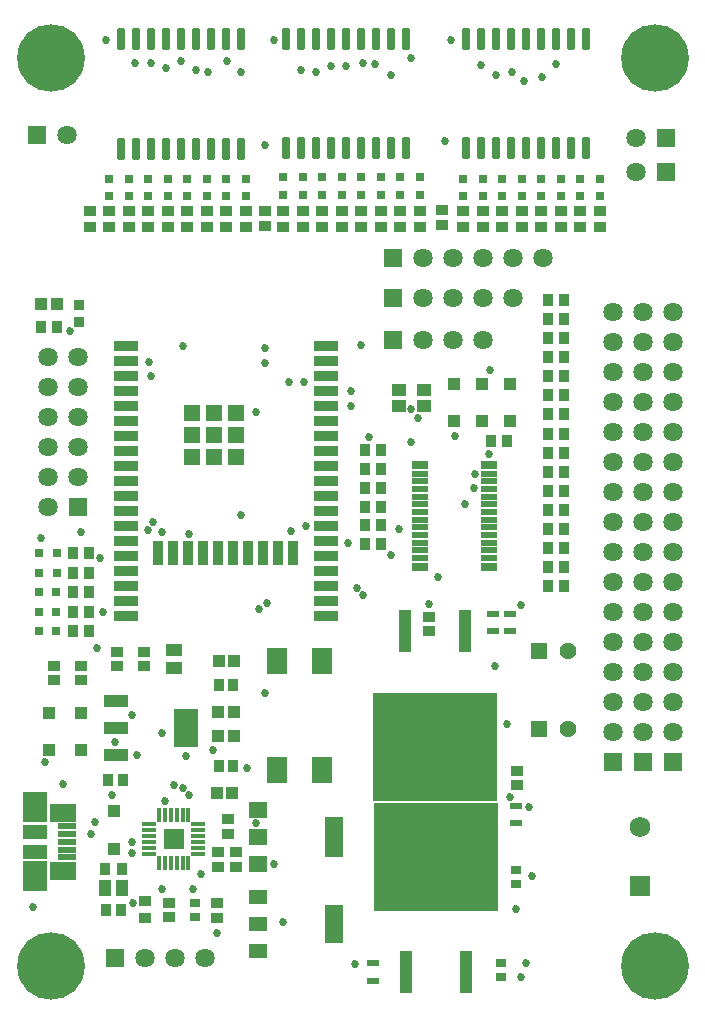
<source format=gts>
G04*
G04 #@! TF.GenerationSoftware,Altium Limited,Altium Designer,20.1.14 (287)*
G04*
G04 Layer_Color=8388736*
%FSLAX25Y25*%
%MOIN*%
G70*
G04*
G04 #@! TF.SameCoordinates,C357774A-A1FF-41C0-A387-8AFBD113A784*
G04*
G04*
G04 #@! TF.FilePolarity,Negative*
G04*
G01*
G75*
%ADD18R,0.03150X0.03150*%
%ADD21R,0.07874X0.03543*%
%ADD25R,0.03543X0.07874*%
%ADD26R,0.07874X0.03543*%
%ADD28R,0.05236X0.05236*%
%ADD29R,0.03150X0.03150*%
%ADD31R,0.03543X0.02953*%
%ADD49R,0.05906X0.12992*%
%ADD50R,0.05906X0.04724*%
%ADD57R,0.04240X0.03650*%
%ADD58R,0.03847X0.03453*%
G04:AMPARAMS|DCode=59|XSize=26.65mil|YSize=71.93mil|CornerRadius=4.45mil|HoleSize=0mil|Usage=FLASHONLY|Rotation=0.000|XOffset=0mil|YOffset=0mil|HoleType=Round|Shape=RoundedRectangle|*
%AMROUNDEDRECTD59*
21,1,0.02665,0.06303,0,0,0.0*
21,1,0.01776,0.07193,0,0,0.0*
1,1,0.00890,0.00888,-0.03152*
1,1,0.00890,-0.00888,-0.03152*
1,1,0.00890,-0.00888,0.03152*
1,1,0.00890,0.00888,0.03152*
%
%ADD59ROUNDEDRECTD59*%
%ADD60R,0.05815X0.02075*%
%ADD61R,0.04831X0.04437*%
%ADD62R,0.03650X0.04240*%
%ADD63R,0.01681X0.04647*%
%ADD64R,0.04043X0.04437*%
%ADD65R,0.04043X0.03453*%
%ADD66R,0.04043X0.03650*%
%ADD67R,0.05618X0.04437*%
%ADD68R,0.05815X0.02862*%
%ADD69R,0.03453X0.03847*%
%ADD70R,0.07980X0.13098*%
%ADD71R,0.07980X0.04043*%
%ADD72R,0.03847X0.02272*%
%ADD73R,0.03650X0.04043*%
%ADD74R,0.04240X0.04043*%
%ADD75R,0.05933X0.02272*%
%ADD76R,0.08768X0.06307*%
%ADD77R,0.07980X0.09850*%
%ADD78R,0.07980X0.05126*%
%ADD79R,0.04240X0.14279*%
%ADD80R,0.41248X0.35933*%
%ADD81R,0.06799X0.09083*%
%ADD82R,0.06799X0.09161*%
%ADD83R,0.06406X0.13492*%
%ADD84R,0.06406X0.05224*%
%ADD85R,0.03453X0.04043*%
%ADD86R,0.03256X0.04043*%
%ADD87R,0.04043X0.03256*%
%ADD88R,0.04647X0.01681*%
%ADD89R,0.06500X0.06500*%
%ADD90R,0.03650X0.03650*%
%ADD91R,0.04437X0.05618*%
%ADD92C,0.06406*%
%ADD93R,0.06406X0.06406*%
%ADD94R,0.06406X0.06406*%
%ADD95C,0.05618*%
%ADD96R,0.05618X0.05618*%
%ADD97C,0.06799*%
%ADD98R,0.06799X0.06799*%
%ADD99C,0.22500*%
%ADD100C,0.02700*%
D18*
X274000Y369547D02*
D03*
Y375453D02*
D03*
X319500Y369547D02*
D03*
Y375453D02*
D03*
X313000Y369547D02*
D03*
Y375453D02*
D03*
X306500Y369547D02*
D03*
Y375453D02*
D03*
X300000Y369547D02*
D03*
Y375453D02*
D03*
X287000Y369547D02*
D03*
Y375453D02*
D03*
X280500Y369547D02*
D03*
Y375453D02*
D03*
X293500Y369547D02*
D03*
Y375453D02*
D03*
X201500Y369547D02*
D03*
Y375453D02*
D03*
X195000Y369547D02*
D03*
Y375453D02*
D03*
X182000Y369547D02*
D03*
Y375453D02*
D03*
X175500Y369547D02*
D03*
Y375453D02*
D03*
X169000Y369547D02*
D03*
Y375453D02*
D03*
X162500Y369547D02*
D03*
Y375453D02*
D03*
X188500Y369547D02*
D03*
Y375453D02*
D03*
X156000Y369547D02*
D03*
Y375453D02*
D03*
X259500Y370047D02*
D03*
Y375953D02*
D03*
X253000Y370047D02*
D03*
Y375953D02*
D03*
X246500Y370047D02*
D03*
Y375953D02*
D03*
X240000Y370047D02*
D03*
Y375953D02*
D03*
X233500Y370047D02*
D03*
Y375953D02*
D03*
X227000Y370047D02*
D03*
Y375953D02*
D03*
X220500Y370047D02*
D03*
Y375953D02*
D03*
X214000Y370047D02*
D03*
Y375953D02*
D03*
D21*
X161500Y284500D02*
D03*
Y279500D02*
D03*
X228429Y294500D02*
D03*
X161500Y269500D02*
D03*
X228429Y309500D02*
D03*
X161500Y264500D02*
D03*
X228429Y274500D02*
D03*
X161500Y259500D02*
D03*
Y294500D02*
D03*
Y289500D02*
D03*
X228429Y299500D02*
D03*
X161500D02*
D03*
Y304500D02*
D03*
X228429D02*
D03*
Y314500D02*
D03*
Y284500D02*
D03*
X161500Y274500D02*
D03*
X228429Y279500D02*
D03*
Y259500D02*
D03*
X161500Y319500D02*
D03*
Y314500D02*
D03*
Y309500D02*
D03*
Y254500D02*
D03*
X228429D02*
D03*
Y264500D02*
D03*
Y269500D02*
D03*
Y289500D02*
D03*
Y319500D02*
D03*
D25*
X177465Y250563D02*
D03*
X212465D02*
D03*
X217465D02*
D03*
X202465D02*
D03*
X207465D02*
D03*
X187465D02*
D03*
X172465D02*
D03*
X197465D02*
D03*
X192465D02*
D03*
X182465D02*
D03*
D26*
X161500Y244500D02*
D03*
X228429D02*
D03*
Y249500D02*
D03*
Y239500D02*
D03*
Y234500D02*
D03*
Y229500D02*
D03*
X161500Y234500D02*
D03*
Y249500D02*
D03*
Y229500D02*
D03*
Y239500D02*
D03*
D28*
X183803Y297197D02*
D03*
X191028D02*
D03*
X198252D02*
D03*
X183803Y289972D02*
D03*
X191028D02*
D03*
X198252D02*
D03*
X183803Y282748D02*
D03*
X191028D02*
D03*
X198252D02*
D03*
D29*
X132547Y224500D02*
D03*
X138453D02*
D03*
Y231000D02*
D03*
X132547D02*
D03*
X138453Y237500D02*
D03*
X132547D02*
D03*
X138500Y250500D02*
D03*
X132595D02*
D03*
X138500Y244000D02*
D03*
X132595D02*
D03*
D31*
X291500Y144862D02*
D03*
Y140138D02*
D03*
X286500Y109138D02*
D03*
Y113862D02*
D03*
X184547Y129157D02*
D03*
Y133882D02*
D03*
D49*
X230902Y126945D02*
D03*
D50*
X205705Y117890D02*
D03*
Y126945D02*
D03*
Y136000D02*
D03*
D57*
X259500Y359343D02*
D03*
Y364657D02*
D03*
X246500Y359343D02*
D03*
Y364657D02*
D03*
X280500Y359343D02*
D03*
Y364657D02*
D03*
X287000Y359343D02*
D03*
Y364657D02*
D03*
X300000Y359343D02*
D03*
Y364657D02*
D03*
X274000Y359343D02*
D03*
Y364657D02*
D03*
X319500Y359343D02*
D03*
Y364657D02*
D03*
X293500Y359343D02*
D03*
Y364657D02*
D03*
X306500Y359343D02*
D03*
Y364657D02*
D03*
X313000Y359343D02*
D03*
Y364657D02*
D03*
X240000Y359343D02*
D03*
Y364657D02*
D03*
X195000Y359343D02*
D03*
Y364657D02*
D03*
X188500Y359343D02*
D03*
Y364657D02*
D03*
X201500Y359343D02*
D03*
Y364657D02*
D03*
X182000Y359343D02*
D03*
Y364657D02*
D03*
X175500Y359343D02*
D03*
Y364657D02*
D03*
X169000Y359343D02*
D03*
Y364657D02*
D03*
X162500Y359343D02*
D03*
Y364657D02*
D03*
X156000Y359185D02*
D03*
Y364500D02*
D03*
X253000Y359343D02*
D03*
Y364657D02*
D03*
X233500Y359343D02*
D03*
Y364657D02*
D03*
X227000Y359343D02*
D03*
Y364657D02*
D03*
X220500Y359343D02*
D03*
Y364657D02*
D03*
X214000Y359343D02*
D03*
Y364657D02*
D03*
D58*
X267000Y359941D02*
D03*
Y365059D02*
D03*
X208000Y359500D02*
D03*
Y364618D02*
D03*
X149500Y359441D02*
D03*
Y364559D02*
D03*
X195500Y156941D02*
D03*
Y162059D02*
D03*
X192303Y145886D02*
D03*
Y151004D02*
D03*
X198303Y151004D02*
D03*
Y145886D02*
D03*
D59*
X285000Y422114D02*
D03*
X280000D02*
D03*
X315000D02*
D03*
X295000D02*
D03*
X310000D02*
D03*
X290000D02*
D03*
X190000Y421807D02*
D03*
X185000D02*
D03*
X180000D02*
D03*
X175000D02*
D03*
X245000Y422114D02*
D03*
X240000D02*
D03*
X255000D02*
D03*
X235000D02*
D03*
X230000D02*
D03*
X250000D02*
D03*
X305000D02*
D03*
X165000Y421807D02*
D03*
X300000Y422114D02*
D03*
X170000Y421807D02*
D03*
X200000D02*
D03*
X195000D02*
D03*
X220000Y422114D02*
D03*
X225000D02*
D03*
X275000D02*
D03*
X315000Y385500D02*
D03*
X310000D02*
D03*
X305000D02*
D03*
X300000D02*
D03*
X295000D02*
D03*
X290000D02*
D03*
X285000D02*
D03*
X280000D02*
D03*
X275000D02*
D03*
X160000Y421807D02*
D03*
X200000Y385193D02*
D03*
X195000D02*
D03*
X190000D02*
D03*
X185000D02*
D03*
X180000D02*
D03*
X175000D02*
D03*
X170000D02*
D03*
X165000D02*
D03*
X160000D02*
D03*
X215000Y422114D02*
D03*
X255000Y385500D02*
D03*
X250000D02*
D03*
X245000D02*
D03*
X240000D02*
D03*
X235000D02*
D03*
X230000D02*
D03*
X225000D02*
D03*
X220000D02*
D03*
X215000D02*
D03*
D60*
X282516Y274516D02*
D03*
Y277075D02*
D03*
Y271957D02*
D03*
Y269398D02*
D03*
Y266839D02*
D03*
X259484D02*
D03*
Y269398D02*
D03*
Y277075D02*
D03*
Y274516D02*
D03*
Y271957D02*
D03*
Y264280D02*
D03*
Y261720D02*
D03*
Y259161D02*
D03*
Y256602D02*
D03*
Y248925D02*
D03*
Y251484D02*
D03*
Y254043D02*
D03*
X282516D02*
D03*
Y251484D02*
D03*
Y248925D02*
D03*
Y256602D02*
D03*
Y259161D02*
D03*
Y261720D02*
D03*
Y264280D02*
D03*
D61*
X261000Y299500D02*
D03*
X252500D02*
D03*
X261000Y305012D02*
D03*
X252500D02*
D03*
D62*
X149158Y231000D02*
D03*
Y237500D02*
D03*
X149205Y250500D02*
D03*
X149158Y244000D02*
D03*
Y224500D02*
D03*
X143842Y231000D02*
D03*
Y224500D02*
D03*
Y237500D02*
D03*
X143890Y250500D02*
D03*
X143842Y244000D02*
D03*
D63*
X178518Y163341D02*
D03*
X180487D02*
D03*
X172613Y147187D02*
D03*
X174581D02*
D03*
X176550D02*
D03*
X178518D02*
D03*
X180487D02*
D03*
X182455D02*
D03*
X176550Y163341D02*
D03*
X174581D02*
D03*
X172613D02*
D03*
X182455D02*
D03*
D64*
X138559Y333500D02*
D03*
X133441D02*
D03*
X197559Y197500D02*
D03*
X192441D02*
D03*
X191882Y170500D02*
D03*
X197000D02*
D03*
X192441Y189500D02*
D03*
X197559D02*
D03*
X197654Y214504D02*
D03*
X192535D02*
D03*
D65*
X137500Y208138D02*
D03*
Y212862D02*
D03*
X146500Y208138D02*
D03*
Y212862D02*
D03*
X292000Y177862D02*
D03*
Y173138D02*
D03*
X262500Y229362D02*
D03*
Y224638D02*
D03*
X176047Y129157D02*
D03*
Y133882D02*
D03*
D66*
X158673Y217713D02*
D03*
Y212791D02*
D03*
X167673Y217713D02*
D03*
Y212791D02*
D03*
X192047Y133980D02*
D03*
Y129059D02*
D03*
D67*
X177673Y218205D02*
D03*
Y212299D02*
D03*
D68*
X259484Y280028D02*
D03*
Y245972D02*
D03*
X282516D02*
D03*
Y280028D02*
D03*
D69*
X241441Y285000D02*
D03*
X246559D02*
D03*
X241441Y278700D02*
D03*
X246559D02*
D03*
X241441Y272400D02*
D03*
X246559D02*
D03*
X241441Y266100D02*
D03*
X246559D02*
D03*
X241441Y259800D02*
D03*
X246559D02*
D03*
X241441Y253500D02*
D03*
X246559D02*
D03*
X307559Y309533D02*
D03*
X302441D02*
D03*
X307559Y303167D02*
D03*
X302441D02*
D03*
X307500Y296800D02*
D03*
X302382D02*
D03*
X307559Y290433D02*
D03*
X302441D02*
D03*
X307559Y284067D02*
D03*
X302441D02*
D03*
X307559Y277700D02*
D03*
X302441D02*
D03*
X307559Y271333D02*
D03*
X302441D02*
D03*
X307559Y264967D02*
D03*
X302441D02*
D03*
X307559Y245867D02*
D03*
X302441D02*
D03*
X307559Y252233D02*
D03*
X302441D02*
D03*
X307559Y258600D02*
D03*
X302441D02*
D03*
X307559Y239500D02*
D03*
X302441D02*
D03*
X307559Y315900D02*
D03*
X302441D02*
D03*
X307559Y335000D02*
D03*
X302441D02*
D03*
X307559Y322267D02*
D03*
X302441D02*
D03*
X307500Y328633D02*
D03*
X302382D02*
D03*
X283441Y288000D02*
D03*
X288559D02*
D03*
X133441Y326000D02*
D03*
X138559D02*
D03*
D70*
X181661Y192295D02*
D03*
D71*
X158433Y183240D02*
D03*
Y192295D02*
D03*
Y201350D02*
D03*
D72*
X284000Y230453D02*
D03*
Y224547D02*
D03*
X289500Y230405D02*
D03*
Y224500D02*
D03*
X291500Y160547D02*
D03*
Y166453D02*
D03*
X244000Y113953D02*
D03*
Y108047D02*
D03*
D73*
X160685Y174921D02*
D03*
X155764D02*
D03*
X159961Y131500D02*
D03*
X155039D02*
D03*
D74*
X157630Y152106D02*
D03*
Y164508D02*
D03*
X289500Y294528D02*
D03*
Y306929D02*
D03*
X280250Y294528D02*
D03*
Y306929D02*
D03*
X271000Y294528D02*
D03*
Y306929D02*
D03*
X146630Y184807D02*
D03*
Y197209D02*
D03*
X136130Y184807D02*
D03*
Y197209D02*
D03*
D75*
X141909Y159461D02*
D03*
Y156902D02*
D03*
Y154342D02*
D03*
Y151784D02*
D03*
Y149224D02*
D03*
D76*
X140492Y164037D02*
D03*
Y144648D02*
D03*
D77*
X131437Y165809D02*
D03*
Y142876D02*
D03*
D78*
Y157640D02*
D03*
Y151045D02*
D03*
D79*
X274500Y224500D02*
D03*
X254500D02*
D03*
X255000Y111000D02*
D03*
X275000D02*
D03*
D80*
X264500Y186114D02*
D03*
X265000Y149386D02*
D03*
D81*
X227000Y178409D02*
D03*
X212000D02*
D03*
D82*
X227000Y214591D02*
D03*
X212000D02*
D03*
D83*
X231000Y156000D02*
D03*
D84*
X205803Y146945D02*
D03*
Y156000D02*
D03*
Y165055D02*
D03*
D85*
X192638Y179500D02*
D03*
X197362D02*
D03*
X192595Y206504D02*
D03*
X197319D02*
D03*
D86*
X160409Y145343D02*
D03*
X154504D02*
D03*
D87*
X168047Y128795D02*
D03*
Y134701D02*
D03*
D88*
X185611Y160185D02*
D03*
X169457D02*
D03*
Y158217D02*
D03*
Y156248D02*
D03*
Y154279D02*
D03*
Y152311D02*
D03*
Y150343D02*
D03*
X185611D02*
D03*
Y152311D02*
D03*
Y154279D02*
D03*
Y156248D02*
D03*
Y158217D02*
D03*
D89*
X177534Y155264D02*
D03*
D90*
X146000Y333453D02*
D03*
Y327547D02*
D03*
D91*
X160409Y138842D02*
D03*
X154504D02*
D03*
D92*
X260500Y349000D02*
D03*
X290500D02*
D03*
X300500D02*
D03*
X280500D02*
D03*
X270500D02*
D03*
X260500Y335500D02*
D03*
X270500D02*
D03*
X280500D02*
D03*
X290500D02*
D03*
X145500Y286000D02*
D03*
X135500Y266000D02*
D03*
Y276000D02*
D03*
Y296000D02*
D03*
X145500D02*
D03*
X168000Y115500D02*
D03*
X135500Y306000D02*
D03*
X145500D02*
D03*
X178000Y115500D02*
D03*
X270500Y321500D02*
D03*
X280500D02*
D03*
X135500Y286000D02*
D03*
X331500Y377500D02*
D03*
Y389000D02*
D03*
X142000Y390000D02*
D03*
X135500Y316000D02*
D03*
X145500D02*
D03*
Y276000D02*
D03*
X260500Y321500D02*
D03*
X344079Y331035D02*
D03*
Y321035D02*
D03*
Y311035D02*
D03*
Y301035D02*
D03*
Y291035D02*
D03*
Y281035D02*
D03*
Y271035D02*
D03*
Y261035D02*
D03*
Y251035D02*
D03*
Y241035D02*
D03*
Y231035D02*
D03*
Y221035D02*
D03*
Y211035D02*
D03*
Y201035D02*
D03*
Y191035D02*
D03*
X334079Y331035D02*
D03*
Y321035D02*
D03*
Y311035D02*
D03*
Y301035D02*
D03*
Y291035D02*
D03*
Y281035D02*
D03*
Y271035D02*
D03*
Y261035D02*
D03*
Y251035D02*
D03*
Y241035D02*
D03*
Y231035D02*
D03*
Y221035D02*
D03*
Y211035D02*
D03*
Y201035D02*
D03*
Y191035D02*
D03*
X324079Y331035D02*
D03*
Y321035D02*
D03*
Y311035D02*
D03*
Y301035D02*
D03*
Y291035D02*
D03*
Y281035D02*
D03*
Y271035D02*
D03*
Y261035D02*
D03*
Y251035D02*
D03*
Y241035D02*
D03*
Y231035D02*
D03*
Y221035D02*
D03*
Y211035D02*
D03*
Y201035D02*
D03*
Y191035D02*
D03*
X188000Y115500D02*
D03*
D93*
X250500Y349000D02*
D03*
Y335500D02*
D03*
X341500Y377500D02*
D03*
Y389000D02*
D03*
X132000Y390000D02*
D03*
X250500Y321500D02*
D03*
X158000Y115500D02*
D03*
D94*
X145500Y266000D02*
D03*
X344079Y181035D02*
D03*
X334079D02*
D03*
X324079D02*
D03*
D95*
X309000Y192000D02*
D03*
Y218000D02*
D03*
D96*
X299158Y192000D02*
D03*
Y218000D02*
D03*
D97*
X333000Y159343D02*
D03*
D98*
Y139657D02*
D03*
D99*
X338000Y113000D02*
D03*
Y415500D02*
D03*
X136500D02*
D03*
Y113000D02*
D03*
D100*
X289585Y169445D02*
D03*
X293277Y233391D02*
D03*
X182664Y256836D02*
D03*
X180062Y414613D02*
D03*
X189086Y410914D02*
D03*
X200000Y411000D02*
D03*
X208000Y386500D02*
D03*
Y319000D02*
D03*
X216000Y307500D02*
D03*
X221000D02*
D03*
X180500Y319500D02*
D03*
X133215Y255540D02*
D03*
X146500Y257500D02*
D03*
X168900Y258334D02*
D03*
X170600Y261000D02*
D03*
X173500Y257500D02*
D03*
X130500Y132500D02*
D03*
X192000Y124000D02*
D03*
X238000Y113500D02*
D03*
X295000Y114000D02*
D03*
X293355Y109243D02*
D03*
X291500Y132000D02*
D03*
X152000Y219000D02*
D03*
X173500Y190500D02*
D03*
X270000Y421500D02*
D03*
X211000D02*
D03*
X155000D02*
D03*
X278000Y277000D02*
D03*
X256626Y287529D02*
D03*
X242664Y289336D02*
D03*
X249854Y249821D02*
D03*
X236500Y299500D02*
D03*
X205947Y232053D02*
D03*
X163603Y196497D02*
D03*
X258960Y295700D02*
D03*
X252500Y258500D02*
D03*
X274503Y267024D02*
D03*
X235500Y254000D02*
D03*
X208000Y204000D02*
D03*
X240500Y236500D02*
D03*
X238500Y239000D02*
D03*
X158000Y187500D02*
D03*
X205000Y297500D02*
D03*
X170000Y309500D02*
D03*
X268000Y388000D02*
D03*
X305000Y413500D02*
D03*
X300265Y409370D02*
D03*
X294436Y407888D02*
D03*
X290287Y410950D02*
D03*
X284952Y409962D02*
D03*
X279815Y413321D02*
D03*
X250000Y410000D02*
D03*
X256500Y415500D02*
D03*
X240000Y320111D02*
D03*
X244799Y413701D02*
D03*
X256500Y298500D02*
D03*
X240500Y414000D02*
D03*
X235000Y413000D02*
D03*
X230000D02*
D03*
X225000Y411000D02*
D03*
X220000Y411500D02*
D03*
X195161Y414598D02*
D03*
X184819Y411737D02*
D03*
X174873Y412252D02*
D03*
X170000Y414000D02*
D03*
X164500D02*
D03*
X143000Y324500D02*
D03*
X169392Y314202D02*
D03*
X208000Y314000D02*
D03*
X282500Y283500D02*
D03*
X200000Y263193D02*
D03*
X154000Y231000D02*
D03*
X153000Y249000D02*
D03*
X177791Y173208D02*
D03*
X236500Y304500D02*
D03*
X180735Y172265D02*
D03*
X216600Y257856D02*
D03*
X221500Y259500D02*
D03*
X208500Y234000D02*
D03*
X277655Y272395D02*
D03*
X262500Y233500D02*
D03*
X265500Y242500D02*
D03*
X271400Y289651D02*
D03*
X174500Y168000D02*
D03*
X163762Y154148D02*
D03*
X182587Y170000D02*
D03*
X163630Y150606D02*
D03*
X157000Y170000D02*
D03*
X140500Y173500D02*
D03*
X190500Y185000D02*
D03*
X181500Y183000D02*
D03*
X134500Y181000D02*
D03*
X283022Y311522D02*
D03*
X164000Y134000D02*
D03*
X284500Y213000D02*
D03*
X288500Y193500D02*
D03*
X296000Y166000D02*
D03*
X297000Y143000D02*
D03*
X202000Y179000D02*
D03*
X165405Y183240D02*
D03*
X150130Y156893D02*
D03*
X173500Y138500D02*
D03*
X211031Y146978D02*
D03*
X186541Y143710D02*
D03*
X205000Y160500D02*
D03*
X214000Y127500D02*
D03*
X184000Y138500D02*
D03*
X151296Y160875D02*
D03*
M02*

</source>
